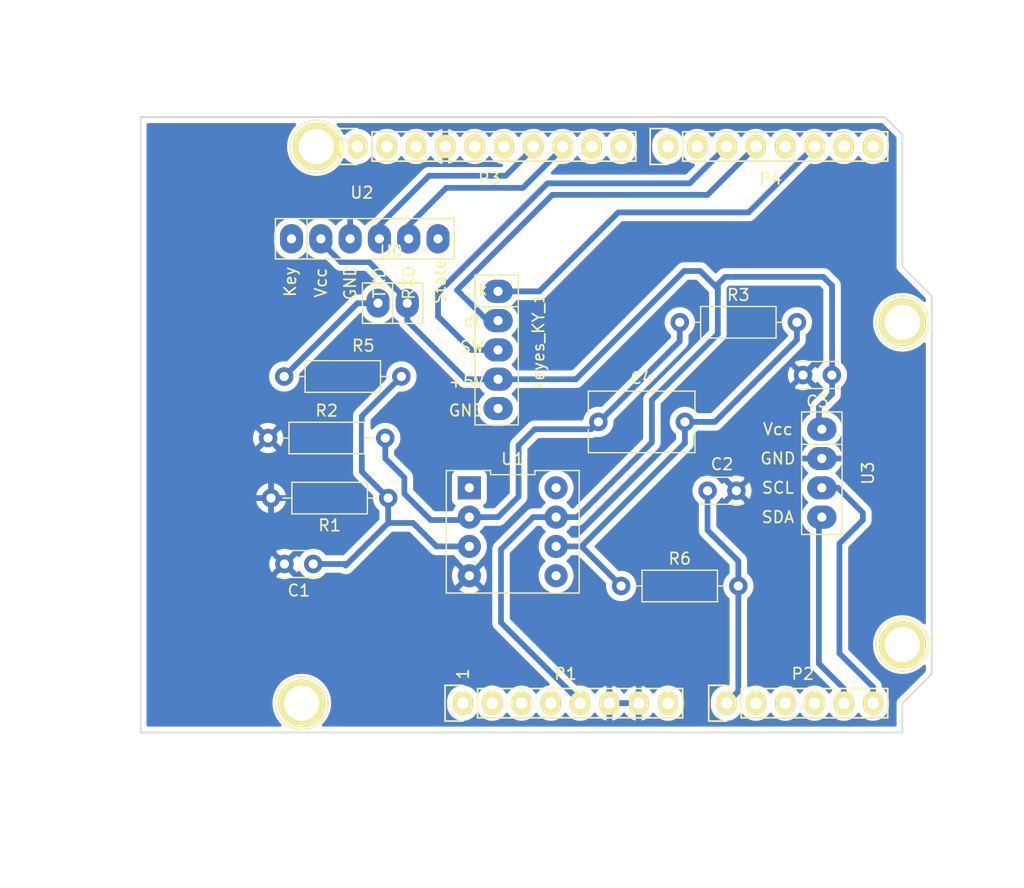
<source format=kicad_pcb>
(kicad_pcb (version 20211014) (generator pcbnew)
  (title_block (date "lun. 30 mars 2015"))
  (layers (0 "F.Cu" signal) (31 "B.Cu" signal) (34 "B.Paste" user) (35 "F.Paste" user) (36 "B.SilkS" user "B.Silkscreen") (37 "F.SilkS" user "F.Silkscreen") (38 "B.Mask" user) (39 "F.Mask" user) (44 "Edge.Cuts" user))
  (net 0 "")
  (net 1 "/IOREF")
  (net 2 "/Reset")
  (net 3 "+5V")
  (net 4 "GND")
  (net 5 "/Vin")
  (net 6 "IN+")
  (net 7 "/A1")
  (net 8 "/A2")
  (net 9 "/A3")
  (net 10 "/AREF")
  (net 11 "/A4(SDA)")
  (net 12 "/A5(SCL)")
  (net 13 "/9(**)")
  (net 14 "/8")
  (net 15 "/6(**)")
  (net 16 "/3(**)")
  (net 17 "IN-")
  (net 18 "CLK")
  (net 19 "DT")
  (net 20 "SW")
  (net 23 "/13(SCK)")
  (net 26 "+3V3")
  (net 27 "/12(MISO)")
  (net 32 "SDA")
  (net 33 "ADC")
  (net 34 "SCL")
  (net 35 "/6")
  (net 36 "/7")
  (net 37 "TXD")
  (net 38 "RXD")
  (net 39 "capteur")
  (footprint "Socket_Arduino_Uno:Socket_Strip_Arduino_1x08" (layer "F.Cu") (at 138.938 123.825)
    (fp_text reference "P1" (at 8.89 -2.54) (layer "F.SilkS"))
    (fp_text value "Power")
    (fp_line (start 19.05 1.27) (end 19.05 -1.27) (layer "F.SilkS") (width 0.15))
    (fp_line (start 1.27 1.27) (end 19.05 1.27) (layer "F.SilkS") (width 0.15))
    (fp_line (start 19.05 -1.27) (end 1.27 -1.27) (layer "F.SilkS") (width 0.15))
    (fp_line (start 0 -1.55) (end -1.55 -1.55) (layer "F.SilkS") (width 0.15))
    (fp_line (start -1.55 -1.55) (end -1.55 1.55) (layer "F.SilkS") (width 0.15))
    (fp_line (start -1.55 1.55) (end 0 1.55) (layer "F.SilkS") (width 0.15))
    (fp_line (start 1.27 1.27) (end 1.27 -1.27) (layer "F.SilkS") (width 0.15))
    (pad "1" thru_hole oval locked (at 0 0) (size 1.7272 2.032) (drill 1.016) (layers *.Cu *.Mask "F.SilkS"))
    (pad "2" thru_hole oval locked (at 2.54 0) (size 1.7272 2.032) (drill 1.016) (layers *.Cu *.Mask "F.SilkS") (net 1 "/IOREF"))
    (pad "3" thru_hole oval locked (at 5.08 0) (size 1.7272 2.032) (drill 1.016) (layers *.Cu *.Mask "F.SilkS") (net 2 "/Reset"))
    (pad "4" thru_hole oval locked (at 7.62 0) (size 1.7272 2.032) (drill 1.016) (layers *.Cu *.Mask "F.SilkS") (net 26 "+3V3"))
    (pad "5" thru_hole oval locked (at 10.16 0) (size 1.7272 2.032) (drill 1.016) (layers *.Cu *.Mask "F.SilkS") (net 3 "+5V"))
    (pad "6" thru_hole oval locked (at 12.7 0) (size 1.7272 2.032) (drill 1.016) (layers *.Cu *.Mask "F.SilkS") (net 4 "GND"))
    (pad "7" thru_hole oval locked (at 15.24 0) (size 1.7272 2.032) (drill 1.016) (layers *.Cu *.Mask "F.SilkS") (net 4 "GND"))
    (pad "8" thru_hole oval locked (at 17.78 0) (size 1.7272 2.032) (drill 1.016) (layers *.Cu *.Mask "F.SilkS") (net 5 "/Vin"))
  )
  (footprint "Socket_Arduino_Uno:Socket_Strip_Arduino_1x06" (layer "F.Cu") (at 161.798 123.825)
    (fp_text reference "P2" (at 6.604 -2.54) (layer "F.SilkS"))
    (fp_text value "Analog")
    (fp_line (start 1.27 1.27) (end 1.27 -1.27) (layer "F.SilkS") (width 0.15))
    (fp_line (start 0 -1.55) (end -1.55 -1.55) (layer "F.SilkS") (width 0.15))
    (fp_line (start 13.97 -1.27) (end 1.27 -1.27) (layer "F.SilkS") (width 0.15))
    (fp_line (start 1.27 1.27) (end 13.97 1.27) (layer "F.SilkS") (width 0.15))
    (fp_line (start 13.97 1.27) (end 13.97 -1.27) (layer "F.SilkS") (width 0.15))
    (fp_line (start -1.55 -1.55) (end -1.55 1.55) (layer "F.SilkS") (width 0.15))
    (fp_line (start -1.55 1.55) (end 0 1.55) (layer "F.SilkS") (width 0.15))
    (pad "1" thru_hole oval locked (at 0 0) (size 1.7272 2.032) (drill 1.016) (layers *.Cu *.Mask "F.SilkS") (net 33 "ADC"))
    (pad "2" thru_hole oval locked (at 2.54 0) (size 1.7272 2.032) (drill 1.016) (layers *.Cu *.Mask "F.SilkS") (net 7 "/A1"))
    (pad "3" thru_hole oval locked (at 5.08 0) (size 1.7272 2.032) (drill 1.016) (layers *.Cu *.Mask "F.SilkS") (net 8 "/A2"))
    (pad "4" thru_hole oval locked (at 7.62 0) (size 1.7272 2.032) (drill 1.016) (layers *.Cu *.Mask "F.SilkS") (net 9 "/A3"))
    (pad "5" thru_hole oval locked (at 10.16 0) (size 1.7272 2.032) (drill 1.016) (layers *.Cu *.Mask "F.SilkS") (net 32 "SDA"))
    (pad "6" thru_hole oval locked (at 12.7 0) (size 1.7272 2.032) (drill 1.016) (layers *.Cu *.Mask "F.SilkS") (net 34 "SCL"))
  )
  (footprint "Socket_Arduino_Uno:Socket_Strip_Arduino_1x10" (layer "F.Cu") (at 129.794 75.565)
    (fp_text reference "P3" (at 11.43 2.794) (layer "F.SilkS"))
    (fp_text value "Digital")
    (fp_line (start -1.55 -1.55) (end -1.55 1.55) (layer "F.SilkS") (width 0.15))
    (fp_line (start 1.27 1.27) (end 24.13 1.27) (layer "F.SilkS") (width 0.15))
    (fp_line (start 24.13 1.27) (end 24.13 -1.27) (layer "F.SilkS") (width 0.15))
    (fp_line (start 24.13 -1.27) (end 1.27 -1.27) (layer "F.SilkS") (width 0.15))
    (fp_line (start 0 -1.55) (end -1.55 -1.55) (layer "F.SilkS") (width 0.15))
    (fp_line (start -1.55 1.55) (end 0 1.55) (layer "F.SilkS") (width 0.15))
    (fp_line (start 1.27 1.27) (end 1.27 -1.27) (layer "F.SilkS") (width 0.15))
    (pad "1" thru_hole oval locked (at 0 0) (size 1.7272 2.032) (drill 1.016) (layers *.Cu *.Mask "F.SilkS") (net 12 "/A5(SCL)"))
    (pad "2" thru_hole oval locked (at 2.54 0) (size 1.7272 2.032) (drill 1.016) (layers *.Cu *.Mask "F.SilkS") (net 11 "/A4(SDA)"))
    (pad "3" thru_hole oval locked (at 5.08 0) (size 1.7272 2.032) (drill 1.016) (layers *.Cu *.Mask "F.SilkS") (net 10 "/AREF"))
    (pad "4" thru_hole oval locked (at 7.62 0) (size 1.7272 2.032) (drill 1.016) (layers *.Cu *.Mask "F.SilkS") (net 4 "GND"))
    (pad "5" thru_hole oval locked (at 10.16 0) (size 1.7272 2.032) (drill 1.016) (layers *.Cu *.Mask "F.SilkS") (net 23 "/13(SCK)"))
    (pad "6" thru_hole oval locked (at 12.7 0) (size 1.7272 2.032) (drill 1.016) (layers *.Cu *.Mask "F.SilkS") (net 27 "/12(MISO)"))
    (pad "7" thru_hole oval locked (at 15.24 0) (size 1.7272 2.032) (drill 1.016) (layers *.Cu *.Mask "F.SilkS") (net 37 "TXD"))
    (pad "8" thru_hole oval locked (at 17.78 0) (size 1.7272 2.032) (drill 1.016) (layers *.Cu *.Mask "F.SilkS") (net 38 "RXD"))
    (pad "9" thru_hole oval locked (at 20.32 0) (size 1.7272 2.032) (drill 1.016) (layers *.Cu *.Mask "F.SilkS") (net 13 "/9(**)"))
    (pad "10" thru_hole oval locked (at 22.86 0) (size 1.7272 2.032) (drill 1.016) (layers *.Cu *.Mask "F.SilkS") (net 14 "/8"))
  )
  (footprint "Socket_Arduino_Uno:Socket_Strip_Arduino_1x08" (layer "F.Cu") (at 156.718 75.565)
    (fp_text reference "P4" (at 8.89 2.794) (layer "F.SilkS"))
    (fp_text value "Digital")
    (fp_line (start 19.05 -1.27) (end 1.27 -1.27) (layer "F.SilkS") (width 0.15))
    (fp_line (start -1.55 1.55) (end 0 1.55) (layer "F.SilkS") (width 0.15))
    (fp_line (start 1.27 1.27) (end 19.05 1.27) (layer "F.SilkS") (width 0.15))
    (fp_line (start 1.27 1.27) (end 1.27 -1.27) (layer "F.SilkS") (width 0.15))
    (fp_line (start 0 -1.55) (end -1.55 -1.55) (layer "F.SilkS") (width 0.15))
    (fp_line (start 19.05 1.27) (end 19.05 -1.27) (layer "F.SilkS") (width 0.15))
    (fp_line (start -1.55 -1.55) (end -1.55 1.55) (layer "F.SilkS") (width 0.15))
    (pad "1" thru_hole oval locked (at 0 0) (size 1.7272 2.032) (drill 1.016) (layers *.Cu *.Mask "F.SilkS") (net 36 "/7"))
    (pad "2" thru_hole oval locked (at 2.54 0) (size 1.7272 2.032) (drill 1.016) (layers *.Cu *.Mask "F.SilkS") (net 15 "/6(**)"))
    (pad "3" thru_hole oval locked (at 5.08 0) (size 1.7272 2.032) (drill 1.016) (layers *.Cu *.Mask "F.SilkS") (net 20 "SW"))
    (pad "4" thru_hole oval locked (at 7.62 0) (size 1.7272 2.032) (drill 1.016) (layers *.Cu *.Mask "F.SilkS") (net 19 "DT"))
    (pad "5" thru_hole oval locked (at 10.16 0) (size 1.7272 2.032) (drill 1.016) (layers *.Cu *.Mask "F.SilkS") (net 16 "/3(**)"))
    (pad "6" thru_hole oval locked (at 12.7 0) (size 1.7272 2.032) (drill 1.016) (layers *.Cu *.Mask "F.SilkS") (net 18 "CLK"))
    (pad "7" thru_hole oval locked (at 15.24 0) (size 1.7272 2.032) (drill 1.016) (layers *.Cu *.Mask "F.SilkS"))
    (pad "8" thru_hole oval locked (at 17.78 0) (size 1.7272 2.032) (drill 1.016) (layers *.Cu *.Mask "F.SilkS"))
  )
  (footprint "Socket_Arduino_Uno:Arduino_1pin" (layer "F.Cu") (at 124.968 123.825)
    (fp_text reference "P5" hide)
    (fp_text value "CONN_01X01" hide)
    (fp_circle (center 0 0) (end 0 -2.286) (layer "F.SilkS") (width 0.15) (fill none))
    (pad "1" thru_hole circle locked (at 0 0) (size 4.064 4.064) (drill 3.048) (layers *.Cu *.Mask "F.SilkS"))
  )
  (footprint "Socket_Arduino_Uno:Arduino_1pin" (layer "F.Cu") (at 177.038 118.745)
    (fp_text reference "P6" hide)
    (fp_text value "CONN_01X01" hide)
    (fp_circle (center 0 0) (end 0 -2.286) (layer "F.SilkS") (width 0.15) (fill none))
    (pad "1" thru_hole circle locked (at 0 0) (size 4.064 4.064) (drill 3.048) (layers *.Cu *.Mask "F.SilkS"))
  )
  (footprint "Socket_Arduino_Uno:Arduino_1pin" (layer "F.Cu") (at 126.238 75.565)
    (fp_text reference "P7" hide)
    (fp_text value "CONN_01X01" hide)
    (fp_circle (center 0 0) (end 0 -2.286) (layer "F.SilkS") (width 0.15) (fill none))
    (pad "1" thru_hole circle locked (at 0 0) (size 4.064 4.064) (drill 3.048) (layers *.Cu *.Mask "F.SilkS"))
  )
  (footprint "Socket_Arduino_Uno:Arduino_1pin" (layer "F.Cu") (at 177.038 90.805)
    (fp_text reference "P8" hide)
    (fp_text value "CONN_01X01" hide)
    (fp_circle (center 0 0) (end 0 -2.286) (layer "F.SilkS") (width 0.15) (fill none))
    (pad "1" thru_hole circle locked (at 0 0) (size 4.064 4.064) (drill 3.048) (layers *.Cu *.Mask "F.SilkS"))
  )
  (footprint "Librarie_composant:Capteur_graphite" (layer "F.Cu") (at 133.223 88.646)
    (fp_text reference "U0" (at -0.5 -4 unlocked) (layer "F.SilkS"))
    (fp_text value "Capteur_graphite")
    (fp_line (start -3 -1.25) (end -2.75 -1.25) (layer "F.SilkS") (width 0.12))
    (fp_line (start -3 2.25) (end -3 2) (layer "F.SilkS") (width 0.12))
    (fp_line (start 1.99 2.25) (end -2.75 2.25) (layer "F.SilkS") (width 0.12))
    (fp_line (start 2.25 2.25) (end -3 2.25) (layer "F.SilkS") (width 0.12))
    (fp_line (start -3 -1) (end -3 -1.25) (layer "F.SilkS") (width 0.12))
    (fp_line (start 2.25 -0.75) (end 2.25 2.25) (layer "F.SilkS") (width 0.12))
    (fp_line (start -2.75 -1.25) (end 2.25 -1.25) (layer "F.SilkS") (width 0.12))
    (fp_line (start -2.75 -1.25) (end 1.99 -1.25) (layer "F.SilkS") (width 0.12))
    (fp_line (start 2.25 -1.25) (end 2.25 2.25) (layer "F.SilkS") (width 0.12))
    (fp_line (start -0.38 2.25) (end -0.375 2.25) (layer "F.SilkS") (width 0.12))
    (fp_line (start -3 2) (end -3 -1) (layer "F.SilkS") (width 0.12))
    (fp_line (start -0.38 -1) (end -0.38 -1.25) (layer "F.SilkS") (width 0.12))
    (fp_line (start -0.38 2) (end -0.38 2.25) (layer "F.SilkS") (width 0.12))
    (fp_line (start -0.38 -1) (end -0.38 2) (layer "F.SilkS") (width 0.12))
    (pad "1" thru_hole oval (at -1.65 0.5) (size 2 2.5) (drill 0.8) (layers *.Cu *.Mask) (net 39 "capteur"))
    (pad "2" thru_hole oval (at 0.89 0.5) (size 2 2.5) (drill 0.8) (layers *.Cu *.Mask) (net 3 "+5V"))
  )
  (footprint "Resistor_THT:R_Axial_DIN0207_L6.3mm_D2.5mm_P10.16mm_Horizontal" (layer "F.Cu") (at 132.461 106.045 180)
    (fp_text reference "R1" (at 5.08 -2.37) (layer "F.SilkS"))
    (fp_text value "100k")
    (fp_line (start 8.35 1.37) (end 8.35 -1.37) (layer "F.SilkS") (width 0.12))
    (fp_line (start 1.04 0) (end 1.81 0) (layer "F.SilkS") (width 0.12))
    (fp_line (start 8.35 -1.37) (end 1.81 -1.37) (layer "F.SilkS") (width 0.12))
    (fp_line (start 1.81 1.37) (end 8.35 1.37) (layer "F.SilkS") (width 0.12))
    (fp_line (start 1.81 -1.37) (end 1.81 1.37) (layer "F.SilkS") (width 0.12))
    (fp_line (start 9.12 0) (end 8.35 0) (layer "F.SilkS") (width 0.12))
    (pad "1" thru_hole circle (at 0 0 180) (size 1.6 1.6) (drill 0.8) (layers *.Cu *.Mask) (net 6 "IN+"))
    (pad "2" thru_hole oval (at 10.16 0 180) (size 1.6 1.6) (drill 0.8) (layers *.Cu *.Mask) (net 4 "GND"))
  )
  (footprint "Resistor_THT:R_Axial_DIN0207_L6.3mm_D2.5mm_P10.16mm_Horizontal" (layer "F.Cu") (at 123.444 95.504)
    (fp_text reference "R5" (at 6.858 -2.667) (layer "F.SilkS"))
    (fp_text value "10k")
    (fp_line (start 1.81 1.37) (end 8.35 1.37) (layer "F.SilkS") (width 0.12))
    (fp_line (start 8.35 1.37) (end 8.35 -1.37) (layer "F.SilkS") (width 0.12))
    (fp_line (start 1.04 0) (end 1.81 0) (layer "F.SilkS") (width 0.12))
    (fp_line (start 9.12 0) (end 8.35 0) (layer "F.SilkS") (width 0.12))
    (fp_line (start 8.35 -1.37) (end 1.81 -1.37) (layer "F.SilkS") (width 0.12))
    (fp_line (start 1.81 -1.37) (end 1.81 1.37) (layer "F.SilkS") (width 0.12))
    (pad "1" thru_hole circle (at 0 0) (size 1.6 1.6) (drill 0.8) (layers *.Cu *.Mask) (net 39 "capteur"))
    (pad "2" thru_hole oval (at 10.16 0) (size 1.6 1.6) (drill 0.8) (layers *.Cu *.Mask) (net 6 "IN+"))
  )
  (footprint "Resistor_THT:R_Axial_DIN0207_L6.3mm_D2.5mm_P10.16mm_Horizontal" (layer "F.Cu") (at 152.654 113.665)
    (fp_text reference "R6" (at 5.08 -2.37) (layer "F.SilkS"))
    (fp_text value "1k")
    (fp_line (start 8.35 -1.37) (end 1.81 -1.37) (layer "F.SilkS") (width 0.12))
    (fp_line (start 1.04 0) (end 1.81 0) (layer "F.SilkS") (width 0.12))
    (fp_line (start 1.81 -1.37) (end 1.81 1.37) (layer "F.SilkS") (width 0.12))
    (fp_line (start 8.35 1.37) (end 8.35 -1.37) (layer "F.SilkS") (width 0.12))
    (fp_line (start 9.12 0) (end 8.35 0) (layer "F.SilkS") (width 0.12))
    (fp_line (start 1.81 1.37) (end 8.35 1.37) (layer "F.SilkS") (width 0.12))
    (pad "1" thru_hole circle (at 0 0) (size 1.6 1.6) (drill 0.8) (layers *.Cu *.Mask) (net 35 "/6"))
    (pad "2" thru_hole oval (at 10.16 0) (size 1.6 1.6) (drill 0.8) (layers *.Cu *.Mask) (net 33 "ADC"))
  )
  (footprint "Capacitor_THT:C_Disc_D3.4mm_W2.1mm_P2.50mm" (layer "F.Cu") (at 125.964 111.76 180)
    (fp_text reference "C1" (at 1.25 -2.3) (layer "F.SilkS"))
    (fp_text value "100n")
    (fp_line (start -0.57 -1.17) (end -0.57 -0.925) (layer "F.SilkS") (width 0.12))
    (fp_line (start -0.57 0.925) (end -0.57 1.17) (layer "F.SilkS") (width 0.12))
    (fp_line (start 3.07 0.925) (end 3.07 1.17) (layer "F.SilkS") (width 0.12))
    (fp_line (start -0.57 -1.17) (end 3.07 -1.17) (layer "F.SilkS") (width 0.12))
    (fp_line (start 3.07 -1.17) (end 3.07 -0.925) (layer "F.SilkS") (width 0.12))
    (fp_line (start -0.57 1.17) (end 3.07 1.17) (layer "F.SilkS") (width 0.12))
    (pad "1" thru_hole circle (at 0 0 180) (size 1.6 1.6) (drill 0.8) (layers *.Cu *.Mask) (net 6 "IN+"))
    (pad "2" thru_hole circle (at 2.5 0 180) (size 1.6 1.6) (drill 0.8) (layers *.Cu *.Mask) (net 4 "GND"))
  )
  (footprint "Capacitor_THT:C_Disc_D3.4mm_W2.1mm_P2.50mm" (layer "F.Cu") (at 160.147 105.41)
    (fp_text reference "C2" (at 1.25 -2.3) (layer "F.SilkS"))
    (fp_text value "100n")
    (fp_line (start -0.57 1.17) (end 3.07 1.17) (layer "F.SilkS") (width 0.12))
    (fp_line (start -0.57 -1.17) (end 3.07 -1.17) (layer "F.SilkS") (width 0.12))
    (fp_line (start 3.07 0.925) (end 3.07 1.17) (layer "F.SilkS") (width 0.12))
    (fp_line (start -0.57 -1.17) (end -0.57 -0.925) (layer "F.SilkS") (width 0.12))
    (fp_line (start -0.57 0.925) (end -0.57 1.17) (layer "F.SilkS") (width 0.12))
    (fp_line (start 3.07 -1.17) (end 3.07 -0.925) (layer "F.SilkS") (width 0.12))
    (pad "1" thru_hole circle (at 0 0) (size 1.6 1.6) (drill 0.8) (layers *.Cu *.Mask) (net 33 "ADC"))
    (pad "2" thru_hole circle (at 2.5 0) (size 1.6 1.6) (drill 0.8) (layers *.Cu *.Mask) (net 4 "GND"))
  )
  (footprint "Librarie_composant:OLED" (layer "F.Cu") (at 170.053 103.886 -90)
    (fp_text reference "U3" (at 0 -4 90) (layer "F.SilkS"))
    (fp_text value "OLED")
    (fp_text user "SCL" (at 1.27 3.81) (layer "F.SilkS"))
    (fp_text user "GND" (at -1.27 3.81) (layer "F.SilkS"))
    (fp_text user "SDA" (at 3.81 3.81) (layer "F.SilkS"))
    (fp_text user "Vcc" (at -3.81 3.81) (layer "F.SilkS"))
    (fp_line (start -2.5 -1.75) (end -2.5 1.75) (layer "F.SilkS") (width 0.12))
    (fp_line (start 5.31 1.5) (end 5.31 1.75) (layer "F.SilkS") (width 0.12))
    (fp_line (start 5.31 -1.5) (end 5.31 1.5) (layer "F.SilkS") (width 0.12))
    (fp_line (start 5.31 -1.75) (end 5.31 -1.5) (layer "F.SilkS") (width 0.12))
    (fp_line (start -5.31 1.5) (end -5.31 -1.5) (layer "F.SilkS") (width 0.12))
    (fp_line (start -5.31 -1.75) (end 5.31 -1.75) (layer "F.SilkS") (width 0.12))
    (fp_line (start -5.31 1.5) (end -5.31 1.75) (layer "F.SilkS") (width 0.12))
    (fp_line (start -5.31 -1.75) (end -5.31 -1.5) (layer "F.SilkS") (width 0.12))
    (fp_line (start 5.31 1.75) (end -5.31 1.75) (layer "F.SilkS") (width 0.12))
    (pad "1" thru_hole oval (at -3.81 0 270) (size 2 2.54) (drill 0.8) (layers *.Cu *.Mask) (net 3 "+5V"))
    (pad "2" thru_hole oval (at -1.27 0 270) (size 2 2.54) (drill 0.8) (layers *.Cu *.Mask) (net 4 "GND"))
    (pad "3" thru_hole oval (at 1.27 0 270) (size 2 2.54) (drill 0.8) (layers *.Cu *.Mask) (net 34 "SCL"))
    (pad "4" thru_hole oval (at 3.81 0 270) (size 2 2.54) (drill 0.8) (layers *.Cu *.Mask) (net 32 "SDA"))
  )
  (footprint "Librarie_composant:Encodeur_rotatoire" (layer "F.Cu") (at 141.986 92.202 -90)
    (fp_text reference "keyes_KY_1" (at 0.25 -3.5 -90) (layer "F.SilkS"))
    (fp_text value "Encodeur_rotatoire")
    (fp_text user "SW" (at 0.75 2.25 unlocked) (layer "F.SilkS"))
    (fp_text user "dt" (at -1.5 2.25 unlocked) (layer "F.SilkS"))
    (fp_text user "GND" (at 6.25 2.75 unlocked) (layer "F.SilkS"))
    (fp_text user "clk" (at -4.25 2 unlocked) (layer "F.SilkS"))
    (fp_text user "+5V" (at 3.75 2.75 unlocked) (layer "F.SilkS"))
    (fp_line (start -2.75 -1.75) (end -2.75 2) (layer "F.SilkS") (width 0.12))
    (fp_line (start -5.5 1.5) (end -5.5 2) (layer "F.SilkS") (width 0.12))
    (fp_line (start 7.5 2) (end 7.18 2) (layer "F.SilkS") (width 0.12))
    (fp_line (start 7.18 -1.75) (end 7.5 -1.75) (layer "F.SilkS") (width 0.12))
    (fp_line (start 7.5 1.5) (end 7.5 2) (layer "F.SilkS") (width 0.12))
    (fp_line (start 7.18 2) (end -5.18 2) (layer "F.SilkS") (width 0.12))
    (fp_line (start -5.18 -1.75) (end 7.18 -1.75) (layer "F.SilkS") (width 0.12))
    (fp_line (start -5.5 2) (end -5.18 2) (layer "F.SilkS") (width 0.12))
    (fp_line (start -5.5 1.5) (end -5.5 -1.5) (layer "F.SilkS") (width 0.12))
    (fp_line (start -5.5 -1.75) (end -5.18 -1.75) (layer "F.SilkS") (width 0.12))
    (fp_line (start 7.5 -1.5) (end 7.5 1.5) (layer "F.SilkS") (width 0.12))
    (fp_line (start -5.5 -1.5) (end -5.5 -1.75) (layer "F.SilkS") (width 0.12))
    (fp_line (start 7.5 -1.75) (end 7.5 -1.5) (layer "F.SilkS") (width 0.12))
    (pad "1" thru_hole oval (at -4.08 0 270) (size 2 2.54) (drill 0.8) (layers *.Cu *.Mask) (net 18 "CLK"))
    (pad "2" thru_hole oval (at -1.54 0 270) (size 2 2.54) (drill 0.8) (layers *.Cu *.Mask) (net 19 "DT"))
    (pad "3" thru_hole oval (at 1 0 270) (size 2 2.54) (drill 0.8) (layers *.Cu *.Mask "Eco1.User") (net 20 "SW"))
    (pad "4" thru_hole oval (at 3.54 0 270) (size 2 2.54) (drill 0.8) (layers *.Cu *.Mask) (net 3 "+5V"))
    (pad "5" thru_hole oval (at 6.08 0 270) (size 2 2.54) (drill 0.8) (layers *.Cu *.Mask))
  )
  (footprint "Capacitor_THT:C_Rect_L9.0mm_W5.1mm_P7.50mm_MKT" (layer "F.Cu") (at 150.682 99.441)
    (fp_text reference "C4" (at 3.75 -3.8) (layer "F.SilkS"))
    (fp_text value "1u")
    (fp_line (start -0.87 -2.67) (end -0.87 -0.665) (layer "F.SilkS") (width 0.12))
    (fp_line (start -0.87 -2.67) (end 8.37 -2.67) (layer "F.SilkS") (width 0.12))
    (fp_line (start 8.37 -2.67) (end 8.37 -0.665) (layer "F.SilkS") (width 0.12))
    (fp_line (start 8.37 0.665) (end 8.37 2.67) (layer "F.SilkS") (width 0.12))
    (fp_line (start -0.87 0.665) (end -0.87 2.67) (layer "F.SilkS") (width 0.12))
    (fp_line (start -0.87 2.67) (end 8.37 2.67) (layer "F.SilkS") (width 0.12))
    (pad "1" thru_hole circle (at 0 0) (size 1.6 1.6) (drill 0.8) (layers *.Cu *.Mask) (net 17 "IN-"))
    (pad "2" thru_hole circle (at 7.5 0) (size 1.6 1.6) (drill 0.8) (layers *.Cu *.Mask) (net 35 "/6"))
  )
  (footprint "Capacitor_THT:C_Disc_D3.4mm_W2.1mm_P2.50mm" (layer "F.Cu") (at 170.922 95.377 180)
    (fp_text reference "C3" (at 1.25 -2.3 180) (layer "F.SilkS"))
    (fp_text value "100n")
    (fp_line (start -0.57 -1.17) (end -0.57 -0.925) (layer "F.SilkS") (width 0.12))
    (fp_line (start -0.57 -1.17) (end 3.07 -1.17) (layer "F.SilkS") (width 0.12))
    (fp_line (start 3.07 -1.17) (end 3.07 -0.925) (layer "F.SilkS") (width 0.12))
    (fp_line (start -0.57 1.17) (end 3.07 1.17) (layer "F.SilkS") (width 0.12))
    (fp_line (start 3.07 0.925) (end 3.07 1.17) (layer "F.SilkS") (width 0.12))
    (fp_line (start -0.57 0.925) (end -0.57 1.17) (layer "F.SilkS") (width 0.12))
    (pad "1" thru_hole circle (at 0 0 180) (size 1.6 1.6) (drill 0.8) (layers *.Cu *.Mask) (net 3 "+5V"))
    (pad "2" thru_hole circle (at 2.5 0 180) (size 1.6 1.6) (drill 0.8) (layers *.Cu *.Mask) (net 4 "GND"))
  )
  (footprint "Resistor_THT:R_Axial_DIN0207_L6.3mm_D2.5mm_P10.16mm_Horizontal" (layer "F.Cu") (at 157.734 90.805)
    (fp_text reference "R3" (at 5.08 -2.37) (layer "F.SilkS"))
    (fp_text value "100k")
    (fp_line (start 9.12 0) (end 8.35 0) (layer "F.SilkS") (width 0.12))
    (fp_line (start 1.81 -1.37) (end 1.81 1.37) (layer "F.SilkS") (width 0.12))
    (fp_line (start 8.35 -1.37) (end 1.81 -1.37) (layer "F.SilkS") (width 0.12))
    (fp_line (start 1.81 1.37) (end 8.35 1.37) (layer "F.SilkS") (width 0.12))
    (fp_line (start 8.35 1.37) (end 8.35 -1.37) (layer "F.SilkS") (width 0.12))
    (fp_line (start 1.04 0) (end 1.81 0) (layer "F.SilkS") (width 0.12))
    (pad "1" thru_hole circle (at 0 0) (size 1.6 1.6) (drill 0.8) (layers *.Cu *.Mask) (net 17 "IN-"))
    (pad "2" thru_hole oval (at 10.16 0) (size 1.6 1.6) (drill 0.8) (layers *.Cu *.Mask) (net 35 "/6"))
  )
  (footprint "Resistor_THT:R_Axial_DIN0207_L6.3mm_D2.5mm_P10.16mm_Horizontal" (layer "F.Cu") (at 122.047 100.838)
    (fp_text reference "R2" (at 5.08 -2.37) (layer "F.SilkS"))
    (fp_text value "1k")
    (fp_line (start 1.04 0) (end 1.81 0) (layer "F.SilkS") (width 0.12))
    (fp_line (start 1.81 -1.37) (end 1.81 1.37) (layer "F.SilkS") (width 0.12))
    (fp_line (start 9.12 0) (end 8.35 0) (layer "F.SilkS") (width 0.12))
    (fp_line (start 1.81 1.37) (end 8.35 1.37) (layer "F.SilkS") (width 0.12))
    (fp_line (start 8.35 1.37) (end 8.35 -1.37) (layer "F.SilkS") (width 0.12))
    (fp_line (start 8.35 -1.37) (end 1.81 -1.37) (layer "F.SilkS") (width 0.12))
    (pad "1" thru_hole circle (at 0 0) (size 1.6 1.6) (drill 0.8) (layers *.Cu *.Mask) (net 4 "GND"))
    (pad "2" thru_hole oval (at 10.16 0) (size 1.6 1.6) (drill 0.8) (layers *.Cu *.Mask) (net 17 "IN-"))
  )
  (footprint "Librarie_composant:DIP-8_296_ELL" (layer "F.Cu") (at 143.256 108.966 -90)
    (fp_text reference "U1" (at -6.31 0) (layer "F.SilkS"))
    (fp_text value "LT1050")
    (fp_line (start 5.31 -5.76) (end -5.31 -5.76) (layer "F.SilkS") (width 0.12))
    (fp_line (start -5.31 1.919999) (end -5.31 5.76) (layer "F.SilkS") (width 0.12))
    (fp_line (start -4.95 -1.92) (end -4.95 1.919999) (layer "F.SilkS") (width 0.12))
    (fp_line (start 5.31 5.76) (end 5.31 -5.76) (layer "F.SilkS") (width 0.12))
    (fp_line (start -4.95 1.919999) (end -5.31 1.919999) (layer "F.SilkS") (width 0.12))
    (fp_line (start -5.31 -5.76) (end -5.31 -1.92) (layer "F.SilkS") (width 0.12))
    (fp_line (start -5.31 5.76) (end 5.31 5.76) (layer "F.SilkS") (width 0.12))
    (fp_line (start -5.31 -1.92) (end -4.95 -1.92) (layer "F.SilkS") (width 0.12))
    (pad "1" thru_hole rect (at -3.81 3.76 270) (size 2 2) (drill 0.8) (layers *.Cu *.Mask))
    (pad "2" thru_hole circle (at -1.27 3.76 270) (size 2 2) (drill 0.8) (layers *.Cu *.Mask) (net 17 "IN-"))
    (pad "3" thru_hole circle (at 1.27 3.76 270) (size 2 2) (drill 0.8) (layers *.Cu *.Mask) (net 6 "IN+"))
    (pad "4" thru_hole circle (at 3.81 3.76 270) (size 2 2) (drill 0.8) (layers *.Cu *.Mask) (net 4 "GND"))
    (pad "5" thru_hole circle (at 3.81 -3.76 270) (size 2 2) (drill 0.8) (layers *.Cu *.Mask))
    (pad "6" thru_hole circle (at 1.27 -3.76 270) (size 2 2) (drill 0.8) (layers *.Cu *.Mask) (net 35 "/6"))
    (pad "7" thru_hole circle (at -1.27 -3.76 270) (size 2 2) (drill 0.8) (layers *.Cu *.Mask) (net 3 "+5V"))
    (pad "8" thru_hole circle (at -3.81 -3.76 270) (size 2 2) (drill 0.8) (layers *.Cu *.Mask))
  )
  (footprint "Librarie_composant:Module bluetooth" (layer "F.Cu") (at 130.429 83.566)
    (fp_text reference "U2" (at -0.25 -4) (layer "F.SilkS"))
    (fp_text value "Module_bluetooth")
    (fp_text user "TXD" (at 1.27 3.81 90) (layer "F.SilkS"))
    (fp_text user "Vcc" (at -3.81 3.81 90) (layer "F.SilkS"))
    (fp_text user "State" (at 6.5 3.726263 90) (layer "F.SilkS"))
    (fp_text user "RXD" (at 3.81 3.81 90) (layer "F.SilkS"))
    (fp_text user "GND" (at -1.27 3.81 90) (layer "F.SilkS"))
    (fp_text user "Key" (at -6.465636 3.726263 90) (layer "F.SilkS"))
    (fp_line (start -5 -1.75) (end -5 1.75) (layer "F.SilkS") (width 0.12))
    (fp_line (start -5.31 -1.75) (end 5.31 -1.75) (layer "F.SilkS") (width 0.12))
    (fp_line (start 5.31 -1.75) (end 7.75 -1.75) (layer "F.SilkS") (width 0.12))
    (fp_line (start -7.75 1.25) (end -7.75 -1.75) (layer "F.SilkS") (width 0.12))
    (fp_line (start 5.31 1.75) (end -5.31 1.75) (layer "F.SilkS") (width 0.12))
    (fp_line (start 7.75 1.75) (end 5.31 1.75) (layer "F.SilkS") (width 0.12))
    (fp_line (start 7.75 1.25) (end 7.75 1.75) (layer "F.SilkS") (width 0.12))
    (fp_line (start 7.75 -1.75) (end 7.75 1.25) (layer "F.SilkS") (width 0.12))
    (fp_line (start -7.75 1.75) (end -5.31 1.75) (layer "F.SilkS") (width 0.12))
    (fp_line (start -7.75 1.25) (end -7.75 1.75) (layer "F.SilkS") (width 0.12))
    (fp_line (start -7.75 -1.75) (end -5.31 -1.75) (layer "F.SilkS") (width 0.12))
    (pad "1" thru_hole oval (at -6.35 0) (size 2 2.54) (drill 0.8) (layers *.Cu *.Mask))
    (pad "2" thru_hole oval (at -3.81 0) (size 2 2.54) (drill 0.8) (layers *.Cu *.Mask) (net 3 "+5V"))
    (pad "3" thru_hole oval (at -1.27 0) (size 2 2.54) (drill 0.8) (layers *.Cu *.Mask) (net 4 "GND"))
    (pad "4" thru_hole oval (at 1.27 0) (size 2 2.54) (drill 0.8) (layers *.Cu *.Mask) (net 37 "TXD"))
    (pad "5" thru_hole oval (at 3.81 0) (size 2 2.54) (drill 0.8) (layers *.Cu *.Mask) (net 38 "RXD"))
    (pad "6" thru_hole oval (at 6.35 0) (size 2 2.54) (drill 0.8) (layers *.Cu *.Mask))
  )
  (gr_line (start 179.578 88.519) (end 177.038 85.979) (layer "Edge.Cuts") (width 0.15))
  (gr_line (start 177.038 126.365) (end 177.038 123.825) (layer "Edge.Cuts") (width 0.15))
  (gr_line (start 177.038 74.549) (end 175.514 73.025) (layer "Edge.Cuts") (width 0.15))
  (gr_line (start 177.038 123.825) (end 179.578 121.285) (layer "Edge.Cuts") (width 0.15))
  (gr_line (start 110.998 73.025) (end 110.998 126.365) (layer "Edge.Cuts") (width 0.15))
  (gr_line (start 179.578 121.285) (end 179.578 88.519) (layer "Edge.Cuts") (width 0.15))
  (gr_line (start 110.998 126.365) (end 177.038 126.365) (layer "Edge.Cuts") (width 0.15))
  (gr_line (start 175.514 73.025) (end 110.998 73.025) (layer "Edge.Cuts") (width 0.15))
  (gr_line (start 177.038 85.979) (end 177.038 74.549) (layer "Edge.Cuts") (width 0.15))
  (gr_text "1" (at 138.938 121.285 90) (layer "F.SilkS") (effects (font (size 1 1))))
  (segment (start 170.942 97.028) (end 169.799 98.171) (width 0.5) (layer "B.Cu") (net 3))
  (segment (start 145.034 107.696) (end 142.24 110.49) (width 0.5) (layer "B.Cu") (net 3))
  (segment (start 128.36852 85.58552) (end 126.619 83.836) (width 0.5) (layer "B.Cu") (net 3))
  (segment (start 169.799 98.171) (end 169.799 100.076) (width 0.5) (layer "B.Cu") (net 3))
  (segment (start 161.671 86.868) (end 161.036 87.503) (width 0.5) (layer "B.Cu") (net 3))
  (segment (start 170.942 87.63) (end 170.942 97.028) (width 0.5) (layer "B.Cu") (net 3))
  (segment (start 149.098 123.698) (end 149.098 123.825) (width 0.5) (layer "B.Cu") (net 3))
  (segment (start 170.18 86.868) (end 170.942 87.63) (width 0.5) (layer "B.Cu") (net 3))
  (segment (start 134.113 88.896) (end 130.80252 85.58552) (width 0.5) (layer "B.Cu") (net 3))
  (segment (start 162.56 86.868) (end 170.18 86.868) (width 0.5) (layer "B.Cu") (net 3))
  (segment (start 126.619 83.836) (end 126.619 83.566) (width 0.5) (layer "B.Cu") (net 3))
  (segment (start 155.321 97.536) (end 161.036 91.821) (width 0.5) (layer "B.Cu") (net 3))
  (segment (start 134.113 90.679) (end 139.176 95.742) (width 0.5) (layer "B.Cu") (net 3))
  (segment (start 130.80252 85.58552) (end 128.36852 85.58552) (width 0.5) (layer "B.Cu") (net 3))
  (segment (start 147.016 107.696) (end 148.844 107.696) (width 0.5) (layer "B.Cu") (net 3))
  (segment (start 155.321 101.219) (end 155.321 97.536) (width 0.5) (layer "B.Cu") (net 3))
  (segment (start 159.512 86.36) (end 161.036 87.884) (width 0.5) (layer "B.Cu") (net 3))
  (segment (start 148.733 95.742) (end 158.115 86.36) (width 0.5) (layer "B.Cu") (net 3))
  (segment (start 148.844 107.696) (end 155.321 101.219) (width 0.5) (layer "B.Cu") (net 3))
  (segment (start 134.113 89.146) (end 134.113 90.679) (width 0.5) (layer "B.Cu") (net 3))
  (segment (start 161.036 88.392) (end 161.036 87.503) (width 0.5) (layer "B.Cu") (net 3))
  (segment (start 139.176 95.742) (end 141.986 95.742) (width 0.5) (layer "B.Cu") (net 3))
  (segment (start 142.24 110.49) (end 142.24 116.84) (width 0.5) (layer "B.Cu") (net 3))
  (segment (start 158.115 86.36) (end 159.512 86.36) (width 0.5) (layer "B.Cu") (net 3))
  (segment (start 134.113 89.146) (end 134.113 88.896) (width 0.5) (layer "B.Cu") (net 3))
  (segment (start 142.24 116.84) (end 149.098 123.698) (width 0.5) (layer "B.Cu") (net 3))
  (segment (start 134.113 88.663) (end 134.113 89.146) (width 0.5) (layer "B.Cu") (net 3))
  (segment (start 161.036 87.884) (end 161.036 88.392) (width 0.5) (layer "B.Cu") (net 3))
  (segment (start 147.016 107.696) (end 145.034 107.696) (width 0.5) (layer "B.Cu") (net 3))
  (segment (start 141.986 95.742) (end 148.733 95.742) (width 0.5) (layer "B.Cu") (net 3))
  (segment (start 161.036 91.821) (end 161.036 88.392) (width 0.5) (layer "B.Cu") (net 3))
  (segment (start 162.56 86.868) (end 161.671 86.868) (width 0.5) (layer "B.Cu") (net 3))
  (segment (start 131.5085 109.1565) (end 128.778 111.887) (width 0.5) (layer "B.Cu") (net 6))
  (segment (start 132.461 108.204) (end 131.5085 109.1565) (width 0.5) (layer "B.Cu") (net 6))
  (segment (start 130.175 103.759) (end 132.461 106.045) (width 0.5) (layer "B.Cu") (net 6))
  (segment (start 128.651 111.76) (end 125.964 111.76) (width 0.5) (layer "B.Cu") (net 6))
  (segment (start 132.461 106.045) (end 132.461 108.204) (width 0.5) (layer "B.Cu") (net 6))
  (segment (start 136.906 110.236) (end 139.496 110.236) (width 0.5) (layer "B.Cu") (net 6))
  (segment (start 133.604 95.504) (end 130.175 98.933) (width 0.5) (layer "B.Cu") (net 6))
  (segment (start 130.175 98.933) (end 130.175 103.759) (width 0.5) (layer "B.Cu") (net 6))
  (segment (start 136.652 110.236) (end 136.906 110.236) (width 0.5) (layer "B.Cu") (net 6))
  (segment (start 128.778 111.887) (end 128.651 111.76) (width 0.5) (layer "B.Cu") (net 6))
  (segment (start 134.62 108.204) (end 136.652 110.236) (width 0.5) (layer "B.Cu") (net 6))
  (segment (start 132.461 108.204) (end 134.62 108.204) (width 0.5) (layer "B.Cu") (net 6))
  (segment (start 133.858 104.267) (end 132.207 102.616) (width 0.5) (layer "B.Cu") (net 17))
  (segment (start 141.986 107.696) (end 143.764 105.918) (width 0.5) (layer "B.Cu") (net 17))
  (segment (start 143.764 101.473) (end 145.161 100.076) (width 0.5) (layer "B.Cu") (net 17))
  (segment (start 143.764 105.918) (end 143.764 101.473) (width 0.5) (layer "B.Cu") (net 17))
  (segment (start 145.161 100.076) (end 150.047 100.076) (width 0.5) (layer "B.Cu") (net 17))
  (segment (start 157.734 92.456) (end 157.734 90.805) (width 0.5) (layer "B.Cu") (net 17))
  (segment (start 139.242 107.95) (end 136.144 107.95) (width 0.5) (layer "B.Cu") (net 17))
  (segment (start 139.496 107.696) (end 139.242 107.95) (width 0.5) (layer "B.Cu") (net 17))
  (segment (start 132.207 102.616) (end 132.207 100.838) (width 0.5) (layer "B.Cu") (net 17))
  (segment (start 136.144 107.95) (end 133.858 105.664) (width 0.5) (layer "B.Cu") (net 17))
  (segment (start 139.496 107.696) (end 141.986 107.696) (width 0.5) (layer "B.Cu") (net 17))
  (segment (start 150.749 99.441) (end 157.734 92.456) (width 0.5) (layer "B.Cu") (net 17))
  (segment (start 150.682 99.441) (end 150.749 99.441) (width 0.5) (layer "B.Cu") (net 17))
  (segment (start 150.047 100.076) (end 150.682 99.441) (width 0.5) (layer "B.Cu") (net 17))
  (segment (start 133.858 105.664) (end 133.858 104.267) (width 0.5) (layer "B.Cu") (net 17))
  (segment (start 141.986 88.122) (end 145.558 88.122) (width 0.5) (layer "B.Cu") (net 18))
  (segment (start 152.4 81.28) (end 163.703 81.28) (width 0.5) (layer "B.Cu") (net 18))
  (segment (start 145.558 88.122) (end 152.4 81.28) (width 0.5) (layer "B.Cu") (net 18))
  (segment (start 163.703 81.28) (end 169.418 75.565) (width 0.5) (layer "B.Cu") (net 18))
  (segment (start 141.986 90.662) (end 141.081 90.662) (width 0.5) (layer "B.Cu") (net 19))
  (segment (start 138.43 88.011) (end 146.685 79.756) (width 0.5) (layer "B.Cu") (net 19))
  (segment (start 146.685 79.756) (end 160.147 79.756) (width 0.5) (layer "B.Cu") (net 19))
  (segment (start 160.147 79.756) (end 164.338 75.565) (width 0.5) (layer "B.Cu") (net 19))
  (segment (start 141.081 90.662) (end 138.43 88.011) (width 0.5) (layer "B.Cu") (net 19))
  (segment (start 136.779 90.297) (end 136.779 88.248478) (width 0.5) (layer "B.Cu") (net 20))
  (segment (start 139.684 93.202) (end 136.779 90.297) (width 0.5) (layer "B.Cu") (net 20))
  (segment (start 146.270989 78.756489) (end 158.606511 78.756489) (width 0.5) (layer "B.Cu") (net 20))
  (segment (start 141.986 93.202) (end 139.684 93.202) (width 0.5) (layer "B.Cu") (net 20))
  (segment (start 136.779 88.248478) (end 146.270989 78.756489) (width 0.5) (layer "B.Cu") (net 20))
  (segment (start 158.606511 78.756489) (end 161.798 75.565) (width 0.5) (layer "B.Cu") (net 20))
  (segment (start 171.958 122.555) (end 171.958 123.825) (width 0.5) (layer "B.Cu") (net 32))
  (segment (start 169.799 107.696) (end 169.799 120.396) (width 0.5) (layer "B.Cu") (net 32))
  (segment (start 169.799 120.396) (end 171.958 122.555) (width 0.5) (layer "B.Cu") (net 32))
  (segment (start 160.147 105.41) (end 160.147 108.839) (width 0.5) (layer "B.Cu") (net 33))
  (segment (start 162.814 111.506) (end 162.814 113.665) (width 0.5) (layer "B.Cu") (net 33))
  (segment (start 160.147 108.839) (end 162.814 111.506) (width 0.5) (layer "B.Cu") (net 33))
  (segment (start 162.814 113.665) (end 162.814 122.809) (width 0.5) (layer "B.Cu") (net 33))
  (segment (start 162.814 122.809) (end 161.798 123.825) (width 0.5) (layer "B.Cu") (net 33))
  (segment (start 174.498 123.825) (end 174.498 122.428) (width 0.5) (layer "B.Cu") (net 34))
  (segment (start 171.45 105.156) (end 173.609 107.315) (width 0.5) (layer "B.Cu") (net 34))
  (segment (start 169.799 105.156) (end 171.45 105.156) (width 0.5) (layer "B.Cu") (net 34))
  (segment (start 171.577 119.507) (end 171.577 109.982) (width 0.5) (layer "B.Cu") (net 34))
  (segment (start 173.609 107.315) (end 173.609 107.95) (width 0.5) (layer "B.Cu") (net 34))
  (segment (start 174.498 122.428) (end 171.577 119.507) (width 0.5) (layer "B.Cu") (net 34))
  (segment (start 171.577 109.982) (end 173.609 107.95) (width 0.5) (layer "B.Cu") (net 34))
  (segment (start 149.225 110.236) (end 158.182 101.279) (width 0.5) (layer "B.Cu") (net 35))
  (segment (start 158.182 101.279) (end 158.182 99.441) (width 0.5) (layer "B.Cu") (net 35))
  (segment (start 149.225 110.236) (end 152.654 113.665) (width 0.5) (layer "B.Cu") (net 35))
  (segment (start 167.894 90.805) (end 167.894 92.329) (width 0.5) (layer "B.Cu") (net 35))
  (segment (start 147.016 110.236) (end 149.225 110.236) (width 0.5) (layer "B.Cu") (net 35))
  (segment (start 167.894 92.329) (end 160.782 99.441) (width 0.5) (layer "B.Cu") (net 35))
  (segment (start 160.782 99.441) (end 158.182 99.441) (width 0.5) (layer "B.Cu") (net 35))
  (segment (start 131.699 83.566) (end 131.699 82.407) (width 0.5) (layer "B.Cu") (net 37))
  (segment (start 136.001 78.105) (end 142.6464 78.105) (width 0.5) (layer "B.Cu") (net 37))
  (segment (start 145.034 75.7174) (end 145.034 75.565) (width 0.5) (layer "B.Cu") (net 37))
  (segment (start 142.6464 78.105) (end 145.034 75.7174) (width 0.5) (layer "B.Cu") (net 37))
  (segment (start 131.699 82.407) (end 136.001 78.105) (width 0.5) (layer "B.Cu") (net 37))
  (segment (start 144.137422 79.153978) (end 147.574 75.7174) (width 0.5) (layer "B.Cu") (net 38))
  (segment (start 137.492022 79.153978) (end 144.137422 79.153978) (width 0.5) (layer "B.Cu") (net 38))
  (segment (start 134.239 82.407) (end 134.239 83.566) (width 0.5) (layer "B.Cu") (net 38))
  (segment (start 137.492022 79.153978) (end 134.239 82.407) (width 0.5) (layer "B.Cu") (net 38))
  (segment (start 147.574 75.7174) (end 147.574 75.565) (width 0.5) (layer "B.Cu") (net 38))
  (segment (start 129.794 89.154) (end 123.444 95.504) (width 0.5) (layer "B.Cu") (net 39))
  (segment (start 131.675 89.154) (end 129.794 89.154) (width 0.5) (layer "B.Cu") (net 39))
  (zone (net 4) (net_name "GND") (layer "B.Cu") (connect_pads (clearance 0.508)) (min_thickness 0.254) (fill yes (thermal_gap 0.508) (thermal_bridge_width 0.508))
    (polygon (pts (xy 187.579 139.827) (xy 99.06 139.319) (xy 98.933 139.573) (xy 98.806 62.992) (xy 187.325 62.865)))
  )
)
</source>
